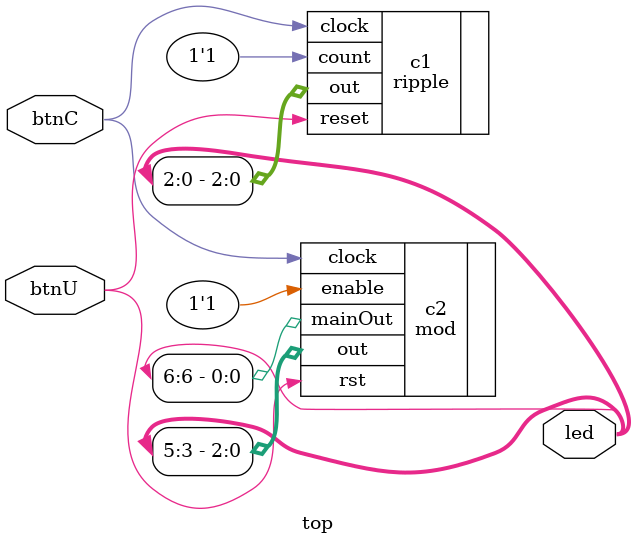
<source format=v>
module top(
    input btnU,
    input btnC,
    output [6:0] led
    );
    
    ripple c1(
        .count(1'b1),
        .clock(btnC),
        .out(led[2:0]),
        .reset(btnU)
        );
        
    mod c2(
        .enable(1'b1),
        .clock(btnC),
        .rst(btnU),
        .out(led[5:3]),
        .mainOut(led[6])
        );
    
endmodule
    
</source>
